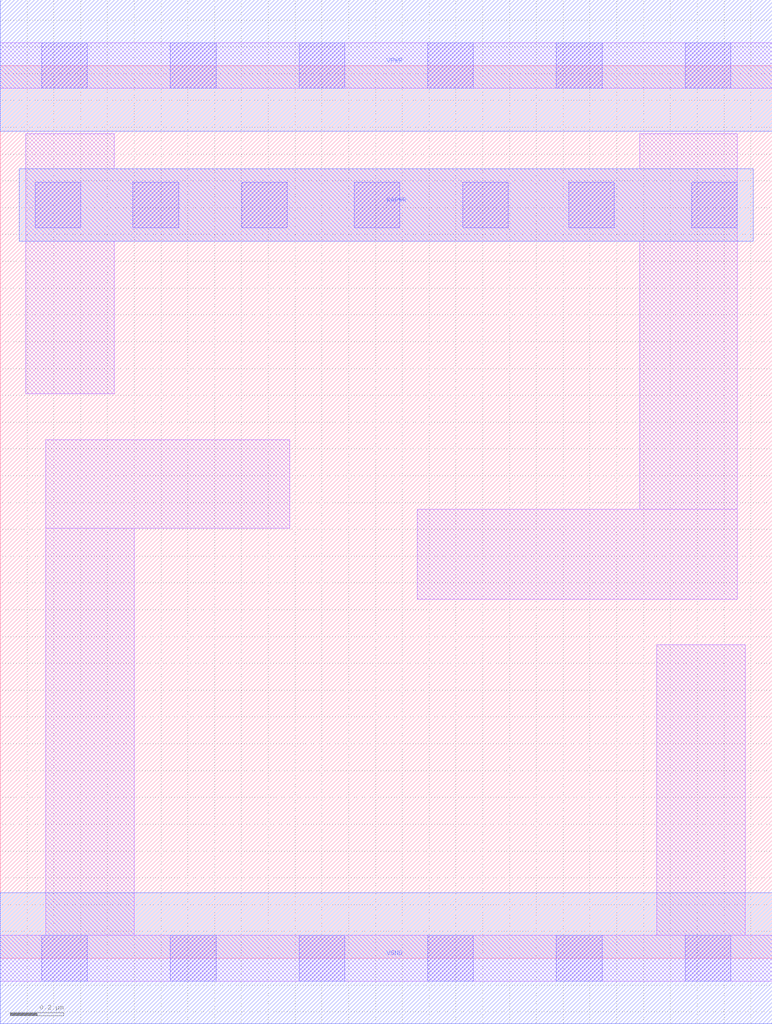
<source format=lef>
# Copyright 2020 The SkyWater PDK Authors
#
# Licensed under the Apache License, Version 2.0 (the "License");
# you may not use this file except in compliance with the License.
# You may obtain a copy of the License at
#
#     https://www.apache.org/licenses/LICENSE-2.0
#
# Unless required by applicable law or agreed to in writing, software
# distributed under the License is distributed on an "AS IS" BASIS,
# WITHOUT WARRANTIES OR CONDITIONS OF ANY KIND, either express or implied.
# See the License for the specific language governing permissions and
# limitations under the License.
#
# SPDX-License-Identifier: Apache-2.0

VERSION 5.7 ;
  NOWIREEXTENSIONATPIN ON ;
  DIVIDERCHAR "/" ;
  BUSBITCHARS "[]" ;
UNITS
  DATABASE MICRONS 200 ;
END UNITS
MACRO sky130_fd_sc_lp__decapkapwr_6
  CLASS CORE SPACER ;
  FOREIGN sky130_fd_sc_lp__decapkapwr_6 ;
  ORIGIN  0.000000  0.000000 ;
  SIZE  2.880000 BY  3.330000 ;
  SYMMETRY X Y R90 ;
  SITE unit ;
  PIN KAPWR
    DIRECTION INOUT ;
    USE POWER ;
    PORT
      LAYER met1 ;
        RECT 0.070000 2.675000 2.810000 2.945000 ;
    END
  END KAPWR
  PIN VGND
    DIRECTION INOUT ;
    USE GROUND ;
    PORT
      LAYER met1 ;
        RECT 0.000000 -0.245000 2.880000 0.245000 ;
    END
  END VGND
  PIN VPWR
    DIRECTION INOUT ;
    USE POWER ;
    PORT
      LAYER met1 ;
        RECT 0.000000 3.085000 2.880000 3.575000 ;
    END
  END VPWR
  OBS
    LAYER li1 ;
      RECT 0.000000 -0.085000 2.880000 0.085000 ;
      RECT 0.000000  3.245000 2.880000 3.415000 ;
      RECT 0.095000  2.105000 0.425000 2.675000 ;
      RECT 0.095000  2.675000 2.750000 2.945000 ;
      RECT 0.095000  2.945000 0.425000 3.075000 ;
      RECT 0.170000  0.085000 0.500000 1.605000 ;
      RECT 0.170000  1.605000 1.080000 1.935000 ;
      RECT 1.555000  1.340000 2.750000 1.675000 ;
      RECT 2.385000  1.675000 2.750000 2.675000 ;
      RECT 2.385000  2.945000 2.750000 3.075000 ;
      RECT 2.450000  0.085000 2.780000 1.170000 ;
    LAYER mcon ;
      RECT 0.130000  2.725000 0.300000 2.895000 ;
      RECT 0.155000 -0.085000 0.325000 0.085000 ;
      RECT 0.155000  3.245000 0.325000 3.415000 ;
      RECT 0.495000  2.725000 0.665000 2.895000 ;
      RECT 0.635000 -0.085000 0.805000 0.085000 ;
      RECT 0.635000  3.245000 0.805000 3.415000 ;
      RECT 0.900000  2.725000 1.070000 2.895000 ;
      RECT 1.115000 -0.085000 1.285000 0.085000 ;
      RECT 1.115000  3.245000 1.285000 3.415000 ;
      RECT 1.320000  2.725000 1.490000 2.895000 ;
      RECT 1.595000 -0.085000 1.765000 0.085000 ;
      RECT 1.595000  3.245000 1.765000 3.415000 ;
      RECT 1.725000  2.725000 1.895000 2.895000 ;
      RECT 2.075000 -0.085000 2.245000 0.085000 ;
      RECT 2.075000  3.245000 2.245000 3.415000 ;
      RECT 2.120000  2.725000 2.290000 2.895000 ;
      RECT 2.555000 -0.085000 2.725000 0.085000 ;
      RECT 2.555000  3.245000 2.725000 3.415000 ;
      RECT 2.580000  2.725000 2.750000 2.895000 ;
  END
END sky130_fd_sc_lp__decapkapwr_6
END LIBRARY

</source>
